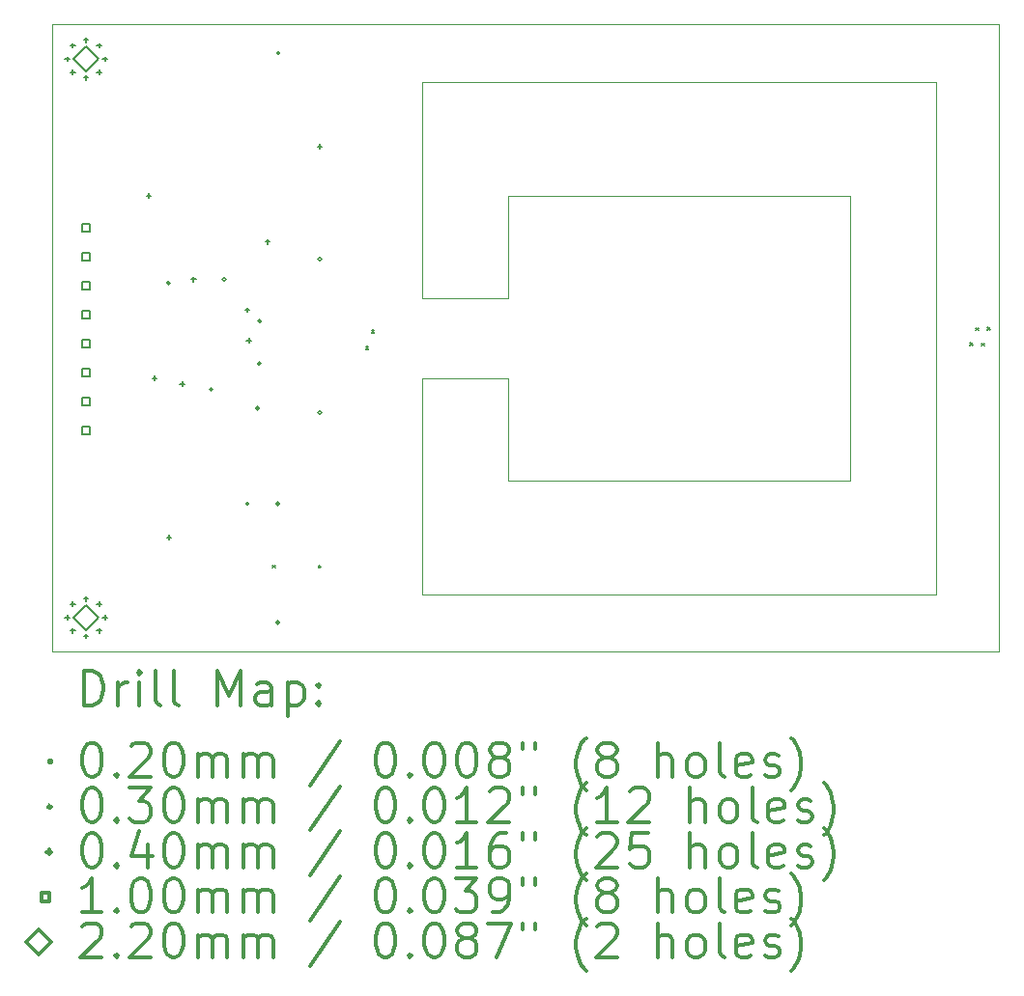
<source format=gbr>
%FSLAX45Y45*%
G04 Gerber Fmt 4.5, Leading zero omitted, Abs format (unit mm)*
G04 Created by KiCad (PCBNEW (5.1.2)-2) date 2023-05-11 10:57:44*
%MOMM*%
%LPD*%
G04 APERTURE LIST*
%ADD10C,0.100000*%
%ADD11C,0.200000*%
%ADD12C,0.300000*%
G04 APERTURE END LIST*
D10*
X12255000Y-9600000D02*
X11505000Y-9600000D01*
X12255000Y-8700000D02*
X12255000Y-9600000D01*
X15255000Y-8700000D02*
X12255000Y-8700000D01*
X15255000Y-11200000D02*
X15255000Y-8700000D01*
X12255000Y-11200000D02*
X15255000Y-11200000D01*
X12255000Y-10300000D02*
X12255000Y-11200000D01*
X11505000Y-10300000D02*
X12255000Y-10300000D01*
X11505000Y-12200000D02*
X11505000Y-10300000D01*
X16005000Y-12200000D02*
X11505000Y-12200000D01*
X16005000Y-7700000D02*
X16005000Y-12200000D01*
X11505000Y-7700000D02*
X16005000Y-7700000D01*
X11505000Y-9600000D02*
X11505000Y-7700000D01*
X16555000Y-12700000D02*
X8255000Y-12700000D01*
X16555000Y-7200000D02*
X16555000Y-12700000D01*
X8255000Y-7200000D02*
X16555000Y-7200000D01*
X8255000Y-12700000D02*
X8255000Y-7200000D01*
D11*
X10190640Y-11947050D02*
X10210640Y-11967050D01*
X10210640Y-11947050D02*
X10190640Y-11967050D01*
X10595770Y-11947050D02*
X10615770Y-11967050D01*
X10615770Y-11947050D02*
X10595770Y-11967050D01*
X11009600Y-10028080D02*
X11029600Y-10048080D01*
X11029600Y-10028080D02*
X11009600Y-10048080D01*
X11060400Y-9882030D02*
X11080400Y-9902030D01*
X11080400Y-9882030D02*
X11060400Y-9902030D01*
X16305500Y-9993790D02*
X16325500Y-10013790D01*
X16325500Y-9993790D02*
X16305500Y-10013790D01*
X16356300Y-9859170D02*
X16376300Y-9879170D01*
X16376300Y-9859170D02*
X16356300Y-9879170D01*
X16407100Y-9996330D02*
X16427100Y-10016330D01*
X16427100Y-9996330D02*
X16407100Y-10016330D01*
X16456630Y-9857900D02*
X16476630Y-9877900D01*
X16476630Y-9857900D02*
X16456630Y-9877900D01*
X9292236Y-9467964D02*
G75*
G03X9292236Y-9467964I-15000J0D01*
G01*
X9667000Y-10401300D02*
G75*
G03X9667000Y-10401300I-15000J0D01*
G01*
X9781300Y-9436100D02*
G75*
G03X9781300Y-9436100I-15000J0D01*
G01*
X9984500Y-11404600D02*
G75*
G03X9984500Y-11404600I-15000J0D01*
G01*
X10073400Y-10566400D02*
G75*
G03X10073400Y-10566400I-15000J0D01*
G01*
X10087370Y-10173970D02*
G75*
G03X10087370Y-10173970I-15000J0D01*
G01*
X10093720Y-9801860D02*
G75*
G03X10093720Y-9801860I-15000J0D01*
G01*
X10251200Y-11404600D02*
G75*
G03X10251200Y-11404600I-15000J0D01*
G01*
X10251200Y-12446000D02*
G75*
G03X10251200Y-12446000I-15000J0D01*
G01*
X10256100Y-7450000D02*
G75*
G03X10256100Y-7450000I-15000J0D01*
G01*
X10619500Y-9258300D02*
G75*
G03X10619500Y-9258300I-15000J0D01*
G01*
X10619500Y-10604500D02*
G75*
G03X10619500Y-10604500I-15000J0D01*
G01*
X9105900Y-8679500D02*
X9105900Y-8719500D01*
X9085900Y-8699500D02*
X9125900Y-8699500D01*
X9156700Y-10279700D02*
X9156700Y-10319700D01*
X9136700Y-10299700D02*
X9176700Y-10299700D01*
X9283700Y-11676700D02*
X9283700Y-11716700D01*
X9263700Y-11696700D02*
X9303700Y-11696700D01*
X9398000Y-10330500D02*
X9398000Y-10370500D01*
X9378000Y-10350500D02*
X9418000Y-10350500D01*
X9498639Y-9415139D02*
X9498639Y-9455139D01*
X9478639Y-9435139D02*
X9518639Y-9435139D01*
X9969500Y-9682800D02*
X9969500Y-9722800D01*
X9949500Y-9702800D02*
X9989500Y-9702800D01*
X9982200Y-9949500D02*
X9982200Y-9989500D01*
X9962200Y-9969500D02*
X10002200Y-9969500D01*
X10146400Y-9085000D02*
X10146400Y-9125000D01*
X10126400Y-9105000D02*
X10166400Y-9105000D01*
X10604500Y-8247700D02*
X10604500Y-8287700D01*
X10584500Y-8267700D02*
X10624500Y-8267700D01*
X8390000Y-7480000D02*
X8390000Y-7520000D01*
X8370000Y-7500000D02*
X8410000Y-7500000D01*
X8438327Y-7363327D02*
X8438327Y-7403327D01*
X8418327Y-7383327D02*
X8458327Y-7383327D01*
X8438327Y-7596673D02*
X8438327Y-7636673D01*
X8418327Y-7616673D02*
X8458327Y-7616673D01*
X8555000Y-7315000D02*
X8555000Y-7355000D01*
X8535000Y-7335000D02*
X8575000Y-7335000D01*
X8555000Y-7645000D02*
X8555000Y-7685000D01*
X8535000Y-7665000D02*
X8575000Y-7665000D01*
X8671673Y-7363327D02*
X8671673Y-7403327D01*
X8651673Y-7383327D02*
X8691673Y-7383327D01*
X8671673Y-7596673D02*
X8671673Y-7636673D01*
X8651673Y-7616673D02*
X8691673Y-7616673D01*
X8720000Y-7480000D02*
X8720000Y-7520000D01*
X8700000Y-7500000D02*
X8740000Y-7500000D01*
X8390000Y-12380000D02*
X8390000Y-12420000D01*
X8370000Y-12400000D02*
X8410000Y-12400000D01*
X8438327Y-12263327D02*
X8438327Y-12303327D01*
X8418327Y-12283327D02*
X8458327Y-12283327D01*
X8438327Y-12496673D02*
X8438327Y-12536673D01*
X8418327Y-12516673D02*
X8458327Y-12516673D01*
X8555000Y-12215000D02*
X8555000Y-12255000D01*
X8535000Y-12235000D02*
X8575000Y-12235000D01*
X8555000Y-12545000D02*
X8555000Y-12585000D01*
X8535000Y-12565000D02*
X8575000Y-12565000D01*
X8671673Y-12263327D02*
X8671673Y-12303327D01*
X8651673Y-12283327D02*
X8691673Y-12283327D01*
X8671673Y-12496673D02*
X8671673Y-12536673D01*
X8651673Y-12516673D02*
X8691673Y-12516673D01*
X8720000Y-12380000D02*
X8720000Y-12420000D01*
X8700000Y-12400000D02*
X8740000Y-12400000D01*
X8590356Y-9019356D02*
X8590356Y-8948644D01*
X8519644Y-8948644D01*
X8519644Y-9019356D01*
X8590356Y-9019356D01*
X8590356Y-9273356D02*
X8590356Y-9202644D01*
X8519644Y-9202644D01*
X8519644Y-9273356D01*
X8590356Y-9273356D01*
X8590356Y-9527356D02*
X8590356Y-9456644D01*
X8519644Y-9456644D01*
X8519644Y-9527356D01*
X8590356Y-9527356D01*
X8590356Y-9781356D02*
X8590356Y-9710644D01*
X8519644Y-9710644D01*
X8519644Y-9781356D01*
X8590356Y-9781356D01*
X8590356Y-10035356D02*
X8590356Y-9964644D01*
X8519644Y-9964644D01*
X8519644Y-10035356D01*
X8590356Y-10035356D01*
X8590356Y-10289356D02*
X8590356Y-10218644D01*
X8519644Y-10218644D01*
X8519644Y-10289356D01*
X8590356Y-10289356D01*
X8590356Y-10543356D02*
X8590356Y-10472644D01*
X8519644Y-10472644D01*
X8519644Y-10543356D01*
X8590356Y-10543356D01*
X8590356Y-10797356D02*
X8590356Y-10726644D01*
X8519644Y-10726644D01*
X8519644Y-10797356D01*
X8590356Y-10797356D01*
X8555000Y-7610000D02*
X8665000Y-7500000D01*
X8555000Y-7390000D01*
X8445000Y-7500000D01*
X8555000Y-7610000D01*
X8555000Y-12510000D02*
X8665000Y-12400000D01*
X8555000Y-12290000D01*
X8445000Y-12400000D01*
X8555000Y-12510000D01*
D12*
X8536428Y-13170714D02*
X8536428Y-12870714D01*
X8607857Y-12870714D01*
X8650714Y-12885000D01*
X8679286Y-12913571D01*
X8693571Y-12942143D01*
X8707857Y-12999286D01*
X8707857Y-13042143D01*
X8693571Y-13099286D01*
X8679286Y-13127857D01*
X8650714Y-13156429D01*
X8607857Y-13170714D01*
X8536428Y-13170714D01*
X8836428Y-13170714D02*
X8836428Y-12970714D01*
X8836428Y-13027857D02*
X8850714Y-12999286D01*
X8865000Y-12985000D01*
X8893571Y-12970714D01*
X8922143Y-12970714D01*
X9022143Y-13170714D02*
X9022143Y-12970714D01*
X9022143Y-12870714D02*
X9007857Y-12885000D01*
X9022143Y-12899286D01*
X9036428Y-12885000D01*
X9022143Y-12870714D01*
X9022143Y-12899286D01*
X9207857Y-13170714D02*
X9179286Y-13156429D01*
X9165000Y-13127857D01*
X9165000Y-12870714D01*
X9365000Y-13170714D02*
X9336428Y-13156429D01*
X9322143Y-13127857D01*
X9322143Y-12870714D01*
X9707857Y-13170714D02*
X9707857Y-12870714D01*
X9807857Y-13085000D01*
X9907857Y-12870714D01*
X9907857Y-13170714D01*
X10179286Y-13170714D02*
X10179286Y-13013571D01*
X10165000Y-12985000D01*
X10136428Y-12970714D01*
X10079286Y-12970714D01*
X10050714Y-12985000D01*
X10179286Y-13156429D02*
X10150714Y-13170714D01*
X10079286Y-13170714D01*
X10050714Y-13156429D01*
X10036428Y-13127857D01*
X10036428Y-13099286D01*
X10050714Y-13070714D01*
X10079286Y-13056429D01*
X10150714Y-13056429D01*
X10179286Y-13042143D01*
X10322143Y-12970714D02*
X10322143Y-13270714D01*
X10322143Y-12985000D02*
X10350714Y-12970714D01*
X10407857Y-12970714D01*
X10436428Y-12985000D01*
X10450714Y-12999286D01*
X10465000Y-13027857D01*
X10465000Y-13113571D01*
X10450714Y-13142143D01*
X10436428Y-13156429D01*
X10407857Y-13170714D01*
X10350714Y-13170714D01*
X10322143Y-13156429D01*
X10593571Y-13142143D02*
X10607857Y-13156429D01*
X10593571Y-13170714D01*
X10579286Y-13156429D01*
X10593571Y-13142143D01*
X10593571Y-13170714D01*
X10593571Y-12985000D02*
X10607857Y-12999286D01*
X10593571Y-13013571D01*
X10579286Y-12999286D01*
X10593571Y-12985000D01*
X10593571Y-13013571D01*
X8230000Y-13655000D02*
X8250000Y-13675000D01*
X8250000Y-13655000D02*
X8230000Y-13675000D01*
X8593571Y-13500714D02*
X8622143Y-13500714D01*
X8650714Y-13515000D01*
X8665000Y-13529286D01*
X8679286Y-13557857D01*
X8693571Y-13615000D01*
X8693571Y-13686429D01*
X8679286Y-13743571D01*
X8665000Y-13772143D01*
X8650714Y-13786429D01*
X8622143Y-13800714D01*
X8593571Y-13800714D01*
X8565000Y-13786429D01*
X8550714Y-13772143D01*
X8536428Y-13743571D01*
X8522143Y-13686429D01*
X8522143Y-13615000D01*
X8536428Y-13557857D01*
X8550714Y-13529286D01*
X8565000Y-13515000D01*
X8593571Y-13500714D01*
X8822143Y-13772143D02*
X8836428Y-13786429D01*
X8822143Y-13800714D01*
X8807857Y-13786429D01*
X8822143Y-13772143D01*
X8822143Y-13800714D01*
X8950714Y-13529286D02*
X8965000Y-13515000D01*
X8993571Y-13500714D01*
X9065000Y-13500714D01*
X9093571Y-13515000D01*
X9107857Y-13529286D01*
X9122143Y-13557857D01*
X9122143Y-13586429D01*
X9107857Y-13629286D01*
X8936428Y-13800714D01*
X9122143Y-13800714D01*
X9307857Y-13500714D02*
X9336428Y-13500714D01*
X9365000Y-13515000D01*
X9379286Y-13529286D01*
X9393571Y-13557857D01*
X9407857Y-13615000D01*
X9407857Y-13686429D01*
X9393571Y-13743571D01*
X9379286Y-13772143D01*
X9365000Y-13786429D01*
X9336428Y-13800714D01*
X9307857Y-13800714D01*
X9279286Y-13786429D01*
X9265000Y-13772143D01*
X9250714Y-13743571D01*
X9236428Y-13686429D01*
X9236428Y-13615000D01*
X9250714Y-13557857D01*
X9265000Y-13529286D01*
X9279286Y-13515000D01*
X9307857Y-13500714D01*
X9536428Y-13800714D02*
X9536428Y-13600714D01*
X9536428Y-13629286D02*
X9550714Y-13615000D01*
X9579286Y-13600714D01*
X9622143Y-13600714D01*
X9650714Y-13615000D01*
X9665000Y-13643571D01*
X9665000Y-13800714D01*
X9665000Y-13643571D02*
X9679286Y-13615000D01*
X9707857Y-13600714D01*
X9750714Y-13600714D01*
X9779286Y-13615000D01*
X9793571Y-13643571D01*
X9793571Y-13800714D01*
X9936428Y-13800714D02*
X9936428Y-13600714D01*
X9936428Y-13629286D02*
X9950714Y-13615000D01*
X9979286Y-13600714D01*
X10022143Y-13600714D01*
X10050714Y-13615000D01*
X10065000Y-13643571D01*
X10065000Y-13800714D01*
X10065000Y-13643571D02*
X10079286Y-13615000D01*
X10107857Y-13600714D01*
X10150714Y-13600714D01*
X10179286Y-13615000D01*
X10193571Y-13643571D01*
X10193571Y-13800714D01*
X10779286Y-13486429D02*
X10522143Y-13872143D01*
X11165000Y-13500714D02*
X11193571Y-13500714D01*
X11222143Y-13515000D01*
X11236428Y-13529286D01*
X11250714Y-13557857D01*
X11265000Y-13615000D01*
X11265000Y-13686429D01*
X11250714Y-13743571D01*
X11236428Y-13772143D01*
X11222143Y-13786429D01*
X11193571Y-13800714D01*
X11165000Y-13800714D01*
X11136428Y-13786429D01*
X11122143Y-13772143D01*
X11107857Y-13743571D01*
X11093571Y-13686429D01*
X11093571Y-13615000D01*
X11107857Y-13557857D01*
X11122143Y-13529286D01*
X11136428Y-13515000D01*
X11165000Y-13500714D01*
X11393571Y-13772143D02*
X11407857Y-13786429D01*
X11393571Y-13800714D01*
X11379286Y-13786429D01*
X11393571Y-13772143D01*
X11393571Y-13800714D01*
X11593571Y-13500714D02*
X11622143Y-13500714D01*
X11650714Y-13515000D01*
X11665000Y-13529286D01*
X11679286Y-13557857D01*
X11693571Y-13615000D01*
X11693571Y-13686429D01*
X11679286Y-13743571D01*
X11665000Y-13772143D01*
X11650714Y-13786429D01*
X11622143Y-13800714D01*
X11593571Y-13800714D01*
X11565000Y-13786429D01*
X11550714Y-13772143D01*
X11536428Y-13743571D01*
X11522143Y-13686429D01*
X11522143Y-13615000D01*
X11536428Y-13557857D01*
X11550714Y-13529286D01*
X11565000Y-13515000D01*
X11593571Y-13500714D01*
X11879286Y-13500714D02*
X11907857Y-13500714D01*
X11936428Y-13515000D01*
X11950714Y-13529286D01*
X11965000Y-13557857D01*
X11979286Y-13615000D01*
X11979286Y-13686429D01*
X11965000Y-13743571D01*
X11950714Y-13772143D01*
X11936428Y-13786429D01*
X11907857Y-13800714D01*
X11879286Y-13800714D01*
X11850714Y-13786429D01*
X11836428Y-13772143D01*
X11822143Y-13743571D01*
X11807857Y-13686429D01*
X11807857Y-13615000D01*
X11822143Y-13557857D01*
X11836428Y-13529286D01*
X11850714Y-13515000D01*
X11879286Y-13500714D01*
X12150714Y-13629286D02*
X12122143Y-13615000D01*
X12107857Y-13600714D01*
X12093571Y-13572143D01*
X12093571Y-13557857D01*
X12107857Y-13529286D01*
X12122143Y-13515000D01*
X12150714Y-13500714D01*
X12207857Y-13500714D01*
X12236428Y-13515000D01*
X12250714Y-13529286D01*
X12265000Y-13557857D01*
X12265000Y-13572143D01*
X12250714Y-13600714D01*
X12236428Y-13615000D01*
X12207857Y-13629286D01*
X12150714Y-13629286D01*
X12122143Y-13643571D01*
X12107857Y-13657857D01*
X12093571Y-13686429D01*
X12093571Y-13743571D01*
X12107857Y-13772143D01*
X12122143Y-13786429D01*
X12150714Y-13800714D01*
X12207857Y-13800714D01*
X12236428Y-13786429D01*
X12250714Y-13772143D01*
X12265000Y-13743571D01*
X12265000Y-13686429D01*
X12250714Y-13657857D01*
X12236428Y-13643571D01*
X12207857Y-13629286D01*
X12379286Y-13500714D02*
X12379286Y-13557857D01*
X12493571Y-13500714D02*
X12493571Y-13557857D01*
X12936428Y-13915000D02*
X12922143Y-13900714D01*
X12893571Y-13857857D01*
X12879286Y-13829286D01*
X12865000Y-13786429D01*
X12850714Y-13715000D01*
X12850714Y-13657857D01*
X12865000Y-13586429D01*
X12879286Y-13543571D01*
X12893571Y-13515000D01*
X12922143Y-13472143D01*
X12936428Y-13457857D01*
X13093571Y-13629286D02*
X13065000Y-13615000D01*
X13050714Y-13600714D01*
X13036428Y-13572143D01*
X13036428Y-13557857D01*
X13050714Y-13529286D01*
X13065000Y-13515000D01*
X13093571Y-13500714D01*
X13150714Y-13500714D01*
X13179286Y-13515000D01*
X13193571Y-13529286D01*
X13207857Y-13557857D01*
X13207857Y-13572143D01*
X13193571Y-13600714D01*
X13179286Y-13615000D01*
X13150714Y-13629286D01*
X13093571Y-13629286D01*
X13065000Y-13643571D01*
X13050714Y-13657857D01*
X13036428Y-13686429D01*
X13036428Y-13743571D01*
X13050714Y-13772143D01*
X13065000Y-13786429D01*
X13093571Y-13800714D01*
X13150714Y-13800714D01*
X13179286Y-13786429D01*
X13193571Y-13772143D01*
X13207857Y-13743571D01*
X13207857Y-13686429D01*
X13193571Y-13657857D01*
X13179286Y-13643571D01*
X13150714Y-13629286D01*
X13565000Y-13800714D02*
X13565000Y-13500714D01*
X13693571Y-13800714D02*
X13693571Y-13643571D01*
X13679286Y-13615000D01*
X13650714Y-13600714D01*
X13607857Y-13600714D01*
X13579286Y-13615000D01*
X13565000Y-13629286D01*
X13879286Y-13800714D02*
X13850714Y-13786429D01*
X13836428Y-13772143D01*
X13822143Y-13743571D01*
X13822143Y-13657857D01*
X13836428Y-13629286D01*
X13850714Y-13615000D01*
X13879286Y-13600714D01*
X13922143Y-13600714D01*
X13950714Y-13615000D01*
X13965000Y-13629286D01*
X13979286Y-13657857D01*
X13979286Y-13743571D01*
X13965000Y-13772143D01*
X13950714Y-13786429D01*
X13922143Y-13800714D01*
X13879286Y-13800714D01*
X14150714Y-13800714D02*
X14122143Y-13786429D01*
X14107857Y-13757857D01*
X14107857Y-13500714D01*
X14379286Y-13786429D02*
X14350714Y-13800714D01*
X14293571Y-13800714D01*
X14265000Y-13786429D01*
X14250714Y-13757857D01*
X14250714Y-13643571D01*
X14265000Y-13615000D01*
X14293571Y-13600714D01*
X14350714Y-13600714D01*
X14379286Y-13615000D01*
X14393571Y-13643571D01*
X14393571Y-13672143D01*
X14250714Y-13700714D01*
X14507857Y-13786429D02*
X14536428Y-13800714D01*
X14593571Y-13800714D01*
X14622143Y-13786429D01*
X14636428Y-13757857D01*
X14636428Y-13743571D01*
X14622143Y-13715000D01*
X14593571Y-13700714D01*
X14550714Y-13700714D01*
X14522143Y-13686429D01*
X14507857Y-13657857D01*
X14507857Y-13643571D01*
X14522143Y-13615000D01*
X14550714Y-13600714D01*
X14593571Y-13600714D01*
X14622143Y-13615000D01*
X14736428Y-13915000D02*
X14750714Y-13900714D01*
X14779286Y-13857857D01*
X14793571Y-13829286D01*
X14807857Y-13786429D01*
X14822143Y-13715000D01*
X14822143Y-13657857D01*
X14807857Y-13586429D01*
X14793571Y-13543571D01*
X14779286Y-13515000D01*
X14750714Y-13472143D01*
X14736428Y-13457857D01*
X8250000Y-14061000D02*
G75*
G03X8250000Y-14061000I-15000J0D01*
G01*
X8593571Y-13896714D02*
X8622143Y-13896714D01*
X8650714Y-13911000D01*
X8665000Y-13925286D01*
X8679286Y-13953857D01*
X8693571Y-14011000D01*
X8693571Y-14082429D01*
X8679286Y-14139571D01*
X8665000Y-14168143D01*
X8650714Y-14182429D01*
X8622143Y-14196714D01*
X8593571Y-14196714D01*
X8565000Y-14182429D01*
X8550714Y-14168143D01*
X8536428Y-14139571D01*
X8522143Y-14082429D01*
X8522143Y-14011000D01*
X8536428Y-13953857D01*
X8550714Y-13925286D01*
X8565000Y-13911000D01*
X8593571Y-13896714D01*
X8822143Y-14168143D02*
X8836428Y-14182429D01*
X8822143Y-14196714D01*
X8807857Y-14182429D01*
X8822143Y-14168143D01*
X8822143Y-14196714D01*
X8936428Y-13896714D02*
X9122143Y-13896714D01*
X9022143Y-14011000D01*
X9065000Y-14011000D01*
X9093571Y-14025286D01*
X9107857Y-14039571D01*
X9122143Y-14068143D01*
X9122143Y-14139571D01*
X9107857Y-14168143D01*
X9093571Y-14182429D01*
X9065000Y-14196714D01*
X8979286Y-14196714D01*
X8950714Y-14182429D01*
X8936428Y-14168143D01*
X9307857Y-13896714D02*
X9336428Y-13896714D01*
X9365000Y-13911000D01*
X9379286Y-13925286D01*
X9393571Y-13953857D01*
X9407857Y-14011000D01*
X9407857Y-14082429D01*
X9393571Y-14139571D01*
X9379286Y-14168143D01*
X9365000Y-14182429D01*
X9336428Y-14196714D01*
X9307857Y-14196714D01*
X9279286Y-14182429D01*
X9265000Y-14168143D01*
X9250714Y-14139571D01*
X9236428Y-14082429D01*
X9236428Y-14011000D01*
X9250714Y-13953857D01*
X9265000Y-13925286D01*
X9279286Y-13911000D01*
X9307857Y-13896714D01*
X9536428Y-14196714D02*
X9536428Y-13996714D01*
X9536428Y-14025286D02*
X9550714Y-14011000D01*
X9579286Y-13996714D01*
X9622143Y-13996714D01*
X9650714Y-14011000D01*
X9665000Y-14039571D01*
X9665000Y-14196714D01*
X9665000Y-14039571D02*
X9679286Y-14011000D01*
X9707857Y-13996714D01*
X9750714Y-13996714D01*
X9779286Y-14011000D01*
X9793571Y-14039571D01*
X9793571Y-14196714D01*
X9936428Y-14196714D02*
X9936428Y-13996714D01*
X9936428Y-14025286D02*
X9950714Y-14011000D01*
X9979286Y-13996714D01*
X10022143Y-13996714D01*
X10050714Y-14011000D01*
X10065000Y-14039571D01*
X10065000Y-14196714D01*
X10065000Y-14039571D02*
X10079286Y-14011000D01*
X10107857Y-13996714D01*
X10150714Y-13996714D01*
X10179286Y-14011000D01*
X10193571Y-14039571D01*
X10193571Y-14196714D01*
X10779286Y-13882429D02*
X10522143Y-14268143D01*
X11165000Y-13896714D02*
X11193571Y-13896714D01*
X11222143Y-13911000D01*
X11236428Y-13925286D01*
X11250714Y-13953857D01*
X11265000Y-14011000D01*
X11265000Y-14082429D01*
X11250714Y-14139571D01*
X11236428Y-14168143D01*
X11222143Y-14182429D01*
X11193571Y-14196714D01*
X11165000Y-14196714D01*
X11136428Y-14182429D01*
X11122143Y-14168143D01*
X11107857Y-14139571D01*
X11093571Y-14082429D01*
X11093571Y-14011000D01*
X11107857Y-13953857D01*
X11122143Y-13925286D01*
X11136428Y-13911000D01*
X11165000Y-13896714D01*
X11393571Y-14168143D02*
X11407857Y-14182429D01*
X11393571Y-14196714D01*
X11379286Y-14182429D01*
X11393571Y-14168143D01*
X11393571Y-14196714D01*
X11593571Y-13896714D02*
X11622143Y-13896714D01*
X11650714Y-13911000D01*
X11665000Y-13925286D01*
X11679286Y-13953857D01*
X11693571Y-14011000D01*
X11693571Y-14082429D01*
X11679286Y-14139571D01*
X11665000Y-14168143D01*
X11650714Y-14182429D01*
X11622143Y-14196714D01*
X11593571Y-14196714D01*
X11565000Y-14182429D01*
X11550714Y-14168143D01*
X11536428Y-14139571D01*
X11522143Y-14082429D01*
X11522143Y-14011000D01*
X11536428Y-13953857D01*
X11550714Y-13925286D01*
X11565000Y-13911000D01*
X11593571Y-13896714D01*
X11979286Y-14196714D02*
X11807857Y-14196714D01*
X11893571Y-14196714D02*
X11893571Y-13896714D01*
X11865000Y-13939571D01*
X11836428Y-13968143D01*
X11807857Y-13982429D01*
X12093571Y-13925286D02*
X12107857Y-13911000D01*
X12136428Y-13896714D01*
X12207857Y-13896714D01*
X12236428Y-13911000D01*
X12250714Y-13925286D01*
X12265000Y-13953857D01*
X12265000Y-13982429D01*
X12250714Y-14025286D01*
X12079286Y-14196714D01*
X12265000Y-14196714D01*
X12379286Y-13896714D02*
X12379286Y-13953857D01*
X12493571Y-13896714D02*
X12493571Y-13953857D01*
X12936428Y-14311000D02*
X12922143Y-14296714D01*
X12893571Y-14253857D01*
X12879286Y-14225286D01*
X12865000Y-14182429D01*
X12850714Y-14111000D01*
X12850714Y-14053857D01*
X12865000Y-13982429D01*
X12879286Y-13939571D01*
X12893571Y-13911000D01*
X12922143Y-13868143D01*
X12936428Y-13853857D01*
X13207857Y-14196714D02*
X13036428Y-14196714D01*
X13122143Y-14196714D02*
X13122143Y-13896714D01*
X13093571Y-13939571D01*
X13065000Y-13968143D01*
X13036428Y-13982429D01*
X13322143Y-13925286D02*
X13336428Y-13911000D01*
X13365000Y-13896714D01*
X13436428Y-13896714D01*
X13465000Y-13911000D01*
X13479286Y-13925286D01*
X13493571Y-13953857D01*
X13493571Y-13982429D01*
X13479286Y-14025286D01*
X13307857Y-14196714D01*
X13493571Y-14196714D01*
X13850714Y-14196714D02*
X13850714Y-13896714D01*
X13979286Y-14196714D02*
X13979286Y-14039571D01*
X13965000Y-14011000D01*
X13936428Y-13996714D01*
X13893571Y-13996714D01*
X13865000Y-14011000D01*
X13850714Y-14025286D01*
X14165000Y-14196714D02*
X14136428Y-14182429D01*
X14122143Y-14168143D01*
X14107857Y-14139571D01*
X14107857Y-14053857D01*
X14122143Y-14025286D01*
X14136428Y-14011000D01*
X14165000Y-13996714D01*
X14207857Y-13996714D01*
X14236428Y-14011000D01*
X14250714Y-14025286D01*
X14265000Y-14053857D01*
X14265000Y-14139571D01*
X14250714Y-14168143D01*
X14236428Y-14182429D01*
X14207857Y-14196714D01*
X14165000Y-14196714D01*
X14436428Y-14196714D02*
X14407857Y-14182429D01*
X14393571Y-14153857D01*
X14393571Y-13896714D01*
X14665000Y-14182429D02*
X14636428Y-14196714D01*
X14579286Y-14196714D01*
X14550714Y-14182429D01*
X14536428Y-14153857D01*
X14536428Y-14039571D01*
X14550714Y-14011000D01*
X14579286Y-13996714D01*
X14636428Y-13996714D01*
X14665000Y-14011000D01*
X14679286Y-14039571D01*
X14679286Y-14068143D01*
X14536428Y-14096714D01*
X14793571Y-14182429D02*
X14822143Y-14196714D01*
X14879286Y-14196714D01*
X14907857Y-14182429D01*
X14922143Y-14153857D01*
X14922143Y-14139571D01*
X14907857Y-14111000D01*
X14879286Y-14096714D01*
X14836428Y-14096714D01*
X14807857Y-14082429D01*
X14793571Y-14053857D01*
X14793571Y-14039571D01*
X14807857Y-14011000D01*
X14836428Y-13996714D01*
X14879286Y-13996714D01*
X14907857Y-14011000D01*
X15022143Y-14311000D02*
X15036428Y-14296714D01*
X15065000Y-14253857D01*
X15079286Y-14225286D01*
X15093571Y-14182429D01*
X15107857Y-14111000D01*
X15107857Y-14053857D01*
X15093571Y-13982429D01*
X15079286Y-13939571D01*
X15065000Y-13911000D01*
X15036428Y-13868143D01*
X15022143Y-13853857D01*
X8230000Y-14437000D02*
X8230000Y-14477000D01*
X8210000Y-14457000D02*
X8250000Y-14457000D01*
X8593571Y-14292714D02*
X8622143Y-14292714D01*
X8650714Y-14307000D01*
X8665000Y-14321286D01*
X8679286Y-14349857D01*
X8693571Y-14407000D01*
X8693571Y-14478429D01*
X8679286Y-14535571D01*
X8665000Y-14564143D01*
X8650714Y-14578429D01*
X8622143Y-14592714D01*
X8593571Y-14592714D01*
X8565000Y-14578429D01*
X8550714Y-14564143D01*
X8536428Y-14535571D01*
X8522143Y-14478429D01*
X8522143Y-14407000D01*
X8536428Y-14349857D01*
X8550714Y-14321286D01*
X8565000Y-14307000D01*
X8593571Y-14292714D01*
X8822143Y-14564143D02*
X8836428Y-14578429D01*
X8822143Y-14592714D01*
X8807857Y-14578429D01*
X8822143Y-14564143D01*
X8822143Y-14592714D01*
X9093571Y-14392714D02*
X9093571Y-14592714D01*
X9022143Y-14278429D02*
X8950714Y-14492714D01*
X9136428Y-14492714D01*
X9307857Y-14292714D02*
X9336428Y-14292714D01*
X9365000Y-14307000D01*
X9379286Y-14321286D01*
X9393571Y-14349857D01*
X9407857Y-14407000D01*
X9407857Y-14478429D01*
X9393571Y-14535571D01*
X9379286Y-14564143D01*
X9365000Y-14578429D01*
X9336428Y-14592714D01*
X9307857Y-14592714D01*
X9279286Y-14578429D01*
X9265000Y-14564143D01*
X9250714Y-14535571D01*
X9236428Y-14478429D01*
X9236428Y-14407000D01*
X9250714Y-14349857D01*
X9265000Y-14321286D01*
X9279286Y-14307000D01*
X9307857Y-14292714D01*
X9536428Y-14592714D02*
X9536428Y-14392714D01*
X9536428Y-14421286D02*
X9550714Y-14407000D01*
X9579286Y-14392714D01*
X9622143Y-14392714D01*
X9650714Y-14407000D01*
X9665000Y-14435571D01*
X9665000Y-14592714D01*
X9665000Y-14435571D02*
X9679286Y-14407000D01*
X9707857Y-14392714D01*
X9750714Y-14392714D01*
X9779286Y-14407000D01*
X9793571Y-14435571D01*
X9793571Y-14592714D01*
X9936428Y-14592714D02*
X9936428Y-14392714D01*
X9936428Y-14421286D02*
X9950714Y-14407000D01*
X9979286Y-14392714D01*
X10022143Y-14392714D01*
X10050714Y-14407000D01*
X10065000Y-14435571D01*
X10065000Y-14592714D01*
X10065000Y-14435571D02*
X10079286Y-14407000D01*
X10107857Y-14392714D01*
X10150714Y-14392714D01*
X10179286Y-14407000D01*
X10193571Y-14435571D01*
X10193571Y-14592714D01*
X10779286Y-14278429D02*
X10522143Y-14664143D01*
X11165000Y-14292714D02*
X11193571Y-14292714D01*
X11222143Y-14307000D01*
X11236428Y-14321286D01*
X11250714Y-14349857D01*
X11265000Y-14407000D01*
X11265000Y-14478429D01*
X11250714Y-14535571D01*
X11236428Y-14564143D01*
X11222143Y-14578429D01*
X11193571Y-14592714D01*
X11165000Y-14592714D01*
X11136428Y-14578429D01*
X11122143Y-14564143D01*
X11107857Y-14535571D01*
X11093571Y-14478429D01*
X11093571Y-14407000D01*
X11107857Y-14349857D01*
X11122143Y-14321286D01*
X11136428Y-14307000D01*
X11165000Y-14292714D01*
X11393571Y-14564143D02*
X11407857Y-14578429D01*
X11393571Y-14592714D01*
X11379286Y-14578429D01*
X11393571Y-14564143D01*
X11393571Y-14592714D01*
X11593571Y-14292714D02*
X11622143Y-14292714D01*
X11650714Y-14307000D01*
X11665000Y-14321286D01*
X11679286Y-14349857D01*
X11693571Y-14407000D01*
X11693571Y-14478429D01*
X11679286Y-14535571D01*
X11665000Y-14564143D01*
X11650714Y-14578429D01*
X11622143Y-14592714D01*
X11593571Y-14592714D01*
X11565000Y-14578429D01*
X11550714Y-14564143D01*
X11536428Y-14535571D01*
X11522143Y-14478429D01*
X11522143Y-14407000D01*
X11536428Y-14349857D01*
X11550714Y-14321286D01*
X11565000Y-14307000D01*
X11593571Y-14292714D01*
X11979286Y-14592714D02*
X11807857Y-14592714D01*
X11893571Y-14592714D02*
X11893571Y-14292714D01*
X11865000Y-14335571D01*
X11836428Y-14364143D01*
X11807857Y-14378429D01*
X12236428Y-14292714D02*
X12179286Y-14292714D01*
X12150714Y-14307000D01*
X12136428Y-14321286D01*
X12107857Y-14364143D01*
X12093571Y-14421286D01*
X12093571Y-14535571D01*
X12107857Y-14564143D01*
X12122143Y-14578429D01*
X12150714Y-14592714D01*
X12207857Y-14592714D01*
X12236428Y-14578429D01*
X12250714Y-14564143D01*
X12265000Y-14535571D01*
X12265000Y-14464143D01*
X12250714Y-14435571D01*
X12236428Y-14421286D01*
X12207857Y-14407000D01*
X12150714Y-14407000D01*
X12122143Y-14421286D01*
X12107857Y-14435571D01*
X12093571Y-14464143D01*
X12379286Y-14292714D02*
X12379286Y-14349857D01*
X12493571Y-14292714D02*
X12493571Y-14349857D01*
X12936428Y-14707000D02*
X12922143Y-14692714D01*
X12893571Y-14649857D01*
X12879286Y-14621286D01*
X12865000Y-14578429D01*
X12850714Y-14507000D01*
X12850714Y-14449857D01*
X12865000Y-14378429D01*
X12879286Y-14335571D01*
X12893571Y-14307000D01*
X12922143Y-14264143D01*
X12936428Y-14249857D01*
X13036428Y-14321286D02*
X13050714Y-14307000D01*
X13079286Y-14292714D01*
X13150714Y-14292714D01*
X13179286Y-14307000D01*
X13193571Y-14321286D01*
X13207857Y-14349857D01*
X13207857Y-14378429D01*
X13193571Y-14421286D01*
X13022143Y-14592714D01*
X13207857Y-14592714D01*
X13479286Y-14292714D02*
X13336428Y-14292714D01*
X13322143Y-14435571D01*
X13336428Y-14421286D01*
X13365000Y-14407000D01*
X13436428Y-14407000D01*
X13465000Y-14421286D01*
X13479286Y-14435571D01*
X13493571Y-14464143D01*
X13493571Y-14535571D01*
X13479286Y-14564143D01*
X13465000Y-14578429D01*
X13436428Y-14592714D01*
X13365000Y-14592714D01*
X13336428Y-14578429D01*
X13322143Y-14564143D01*
X13850714Y-14592714D02*
X13850714Y-14292714D01*
X13979286Y-14592714D02*
X13979286Y-14435571D01*
X13965000Y-14407000D01*
X13936428Y-14392714D01*
X13893571Y-14392714D01*
X13865000Y-14407000D01*
X13850714Y-14421286D01*
X14165000Y-14592714D02*
X14136428Y-14578429D01*
X14122143Y-14564143D01*
X14107857Y-14535571D01*
X14107857Y-14449857D01*
X14122143Y-14421286D01*
X14136428Y-14407000D01*
X14165000Y-14392714D01*
X14207857Y-14392714D01*
X14236428Y-14407000D01*
X14250714Y-14421286D01*
X14265000Y-14449857D01*
X14265000Y-14535571D01*
X14250714Y-14564143D01*
X14236428Y-14578429D01*
X14207857Y-14592714D01*
X14165000Y-14592714D01*
X14436428Y-14592714D02*
X14407857Y-14578429D01*
X14393571Y-14549857D01*
X14393571Y-14292714D01*
X14665000Y-14578429D02*
X14636428Y-14592714D01*
X14579286Y-14592714D01*
X14550714Y-14578429D01*
X14536428Y-14549857D01*
X14536428Y-14435571D01*
X14550714Y-14407000D01*
X14579286Y-14392714D01*
X14636428Y-14392714D01*
X14665000Y-14407000D01*
X14679286Y-14435571D01*
X14679286Y-14464143D01*
X14536428Y-14492714D01*
X14793571Y-14578429D02*
X14822143Y-14592714D01*
X14879286Y-14592714D01*
X14907857Y-14578429D01*
X14922143Y-14549857D01*
X14922143Y-14535571D01*
X14907857Y-14507000D01*
X14879286Y-14492714D01*
X14836428Y-14492714D01*
X14807857Y-14478429D01*
X14793571Y-14449857D01*
X14793571Y-14435571D01*
X14807857Y-14407000D01*
X14836428Y-14392714D01*
X14879286Y-14392714D01*
X14907857Y-14407000D01*
X15022143Y-14707000D02*
X15036428Y-14692714D01*
X15065000Y-14649857D01*
X15079286Y-14621286D01*
X15093571Y-14578429D01*
X15107857Y-14507000D01*
X15107857Y-14449857D01*
X15093571Y-14378429D01*
X15079286Y-14335571D01*
X15065000Y-14307000D01*
X15036428Y-14264143D01*
X15022143Y-14249857D01*
X8235356Y-14888356D02*
X8235356Y-14817644D01*
X8164644Y-14817644D01*
X8164644Y-14888356D01*
X8235356Y-14888356D01*
X8693571Y-14988714D02*
X8522143Y-14988714D01*
X8607857Y-14988714D02*
X8607857Y-14688714D01*
X8579286Y-14731571D01*
X8550714Y-14760143D01*
X8522143Y-14774429D01*
X8822143Y-14960143D02*
X8836428Y-14974429D01*
X8822143Y-14988714D01*
X8807857Y-14974429D01*
X8822143Y-14960143D01*
X8822143Y-14988714D01*
X9022143Y-14688714D02*
X9050714Y-14688714D01*
X9079286Y-14703000D01*
X9093571Y-14717286D01*
X9107857Y-14745857D01*
X9122143Y-14803000D01*
X9122143Y-14874429D01*
X9107857Y-14931571D01*
X9093571Y-14960143D01*
X9079286Y-14974429D01*
X9050714Y-14988714D01*
X9022143Y-14988714D01*
X8993571Y-14974429D01*
X8979286Y-14960143D01*
X8965000Y-14931571D01*
X8950714Y-14874429D01*
X8950714Y-14803000D01*
X8965000Y-14745857D01*
X8979286Y-14717286D01*
X8993571Y-14703000D01*
X9022143Y-14688714D01*
X9307857Y-14688714D02*
X9336428Y-14688714D01*
X9365000Y-14703000D01*
X9379286Y-14717286D01*
X9393571Y-14745857D01*
X9407857Y-14803000D01*
X9407857Y-14874429D01*
X9393571Y-14931571D01*
X9379286Y-14960143D01*
X9365000Y-14974429D01*
X9336428Y-14988714D01*
X9307857Y-14988714D01*
X9279286Y-14974429D01*
X9265000Y-14960143D01*
X9250714Y-14931571D01*
X9236428Y-14874429D01*
X9236428Y-14803000D01*
X9250714Y-14745857D01*
X9265000Y-14717286D01*
X9279286Y-14703000D01*
X9307857Y-14688714D01*
X9536428Y-14988714D02*
X9536428Y-14788714D01*
X9536428Y-14817286D02*
X9550714Y-14803000D01*
X9579286Y-14788714D01*
X9622143Y-14788714D01*
X9650714Y-14803000D01*
X9665000Y-14831571D01*
X9665000Y-14988714D01*
X9665000Y-14831571D02*
X9679286Y-14803000D01*
X9707857Y-14788714D01*
X9750714Y-14788714D01*
X9779286Y-14803000D01*
X9793571Y-14831571D01*
X9793571Y-14988714D01*
X9936428Y-14988714D02*
X9936428Y-14788714D01*
X9936428Y-14817286D02*
X9950714Y-14803000D01*
X9979286Y-14788714D01*
X10022143Y-14788714D01*
X10050714Y-14803000D01*
X10065000Y-14831571D01*
X10065000Y-14988714D01*
X10065000Y-14831571D02*
X10079286Y-14803000D01*
X10107857Y-14788714D01*
X10150714Y-14788714D01*
X10179286Y-14803000D01*
X10193571Y-14831571D01*
X10193571Y-14988714D01*
X10779286Y-14674429D02*
X10522143Y-15060143D01*
X11165000Y-14688714D02*
X11193571Y-14688714D01*
X11222143Y-14703000D01*
X11236428Y-14717286D01*
X11250714Y-14745857D01*
X11265000Y-14803000D01*
X11265000Y-14874429D01*
X11250714Y-14931571D01*
X11236428Y-14960143D01*
X11222143Y-14974429D01*
X11193571Y-14988714D01*
X11165000Y-14988714D01*
X11136428Y-14974429D01*
X11122143Y-14960143D01*
X11107857Y-14931571D01*
X11093571Y-14874429D01*
X11093571Y-14803000D01*
X11107857Y-14745857D01*
X11122143Y-14717286D01*
X11136428Y-14703000D01*
X11165000Y-14688714D01*
X11393571Y-14960143D02*
X11407857Y-14974429D01*
X11393571Y-14988714D01*
X11379286Y-14974429D01*
X11393571Y-14960143D01*
X11393571Y-14988714D01*
X11593571Y-14688714D02*
X11622143Y-14688714D01*
X11650714Y-14703000D01*
X11665000Y-14717286D01*
X11679286Y-14745857D01*
X11693571Y-14803000D01*
X11693571Y-14874429D01*
X11679286Y-14931571D01*
X11665000Y-14960143D01*
X11650714Y-14974429D01*
X11622143Y-14988714D01*
X11593571Y-14988714D01*
X11565000Y-14974429D01*
X11550714Y-14960143D01*
X11536428Y-14931571D01*
X11522143Y-14874429D01*
X11522143Y-14803000D01*
X11536428Y-14745857D01*
X11550714Y-14717286D01*
X11565000Y-14703000D01*
X11593571Y-14688714D01*
X11793571Y-14688714D02*
X11979286Y-14688714D01*
X11879286Y-14803000D01*
X11922143Y-14803000D01*
X11950714Y-14817286D01*
X11965000Y-14831571D01*
X11979286Y-14860143D01*
X11979286Y-14931571D01*
X11965000Y-14960143D01*
X11950714Y-14974429D01*
X11922143Y-14988714D01*
X11836428Y-14988714D01*
X11807857Y-14974429D01*
X11793571Y-14960143D01*
X12122143Y-14988714D02*
X12179286Y-14988714D01*
X12207857Y-14974429D01*
X12222143Y-14960143D01*
X12250714Y-14917286D01*
X12265000Y-14860143D01*
X12265000Y-14745857D01*
X12250714Y-14717286D01*
X12236428Y-14703000D01*
X12207857Y-14688714D01*
X12150714Y-14688714D01*
X12122143Y-14703000D01*
X12107857Y-14717286D01*
X12093571Y-14745857D01*
X12093571Y-14817286D01*
X12107857Y-14845857D01*
X12122143Y-14860143D01*
X12150714Y-14874429D01*
X12207857Y-14874429D01*
X12236428Y-14860143D01*
X12250714Y-14845857D01*
X12265000Y-14817286D01*
X12379286Y-14688714D02*
X12379286Y-14745857D01*
X12493571Y-14688714D02*
X12493571Y-14745857D01*
X12936428Y-15103000D02*
X12922143Y-15088714D01*
X12893571Y-15045857D01*
X12879286Y-15017286D01*
X12865000Y-14974429D01*
X12850714Y-14903000D01*
X12850714Y-14845857D01*
X12865000Y-14774429D01*
X12879286Y-14731571D01*
X12893571Y-14703000D01*
X12922143Y-14660143D01*
X12936428Y-14645857D01*
X13093571Y-14817286D02*
X13065000Y-14803000D01*
X13050714Y-14788714D01*
X13036428Y-14760143D01*
X13036428Y-14745857D01*
X13050714Y-14717286D01*
X13065000Y-14703000D01*
X13093571Y-14688714D01*
X13150714Y-14688714D01*
X13179286Y-14703000D01*
X13193571Y-14717286D01*
X13207857Y-14745857D01*
X13207857Y-14760143D01*
X13193571Y-14788714D01*
X13179286Y-14803000D01*
X13150714Y-14817286D01*
X13093571Y-14817286D01*
X13065000Y-14831571D01*
X13050714Y-14845857D01*
X13036428Y-14874429D01*
X13036428Y-14931571D01*
X13050714Y-14960143D01*
X13065000Y-14974429D01*
X13093571Y-14988714D01*
X13150714Y-14988714D01*
X13179286Y-14974429D01*
X13193571Y-14960143D01*
X13207857Y-14931571D01*
X13207857Y-14874429D01*
X13193571Y-14845857D01*
X13179286Y-14831571D01*
X13150714Y-14817286D01*
X13565000Y-14988714D02*
X13565000Y-14688714D01*
X13693571Y-14988714D02*
X13693571Y-14831571D01*
X13679286Y-14803000D01*
X13650714Y-14788714D01*
X13607857Y-14788714D01*
X13579286Y-14803000D01*
X13565000Y-14817286D01*
X13879286Y-14988714D02*
X13850714Y-14974429D01*
X13836428Y-14960143D01*
X13822143Y-14931571D01*
X13822143Y-14845857D01*
X13836428Y-14817286D01*
X13850714Y-14803000D01*
X13879286Y-14788714D01*
X13922143Y-14788714D01*
X13950714Y-14803000D01*
X13965000Y-14817286D01*
X13979286Y-14845857D01*
X13979286Y-14931571D01*
X13965000Y-14960143D01*
X13950714Y-14974429D01*
X13922143Y-14988714D01*
X13879286Y-14988714D01*
X14150714Y-14988714D02*
X14122143Y-14974429D01*
X14107857Y-14945857D01*
X14107857Y-14688714D01*
X14379286Y-14974429D02*
X14350714Y-14988714D01*
X14293571Y-14988714D01*
X14265000Y-14974429D01*
X14250714Y-14945857D01*
X14250714Y-14831571D01*
X14265000Y-14803000D01*
X14293571Y-14788714D01*
X14350714Y-14788714D01*
X14379286Y-14803000D01*
X14393571Y-14831571D01*
X14393571Y-14860143D01*
X14250714Y-14888714D01*
X14507857Y-14974429D02*
X14536428Y-14988714D01*
X14593571Y-14988714D01*
X14622143Y-14974429D01*
X14636428Y-14945857D01*
X14636428Y-14931571D01*
X14622143Y-14903000D01*
X14593571Y-14888714D01*
X14550714Y-14888714D01*
X14522143Y-14874429D01*
X14507857Y-14845857D01*
X14507857Y-14831571D01*
X14522143Y-14803000D01*
X14550714Y-14788714D01*
X14593571Y-14788714D01*
X14622143Y-14803000D01*
X14736428Y-15103000D02*
X14750714Y-15088714D01*
X14779286Y-15045857D01*
X14793571Y-15017286D01*
X14807857Y-14974429D01*
X14822143Y-14903000D01*
X14822143Y-14845857D01*
X14807857Y-14774429D01*
X14793571Y-14731571D01*
X14779286Y-14703000D01*
X14750714Y-14660143D01*
X14736428Y-14645857D01*
X8140000Y-15359000D02*
X8250000Y-15249000D01*
X8140000Y-15139000D01*
X8030000Y-15249000D01*
X8140000Y-15359000D01*
X8522143Y-15113286D02*
X8536428Y-15099000D01*
X8565000Y-15084714D01*
X8636428Y-15084714D01*
X8665000Y-15099000D01*
X8679286Y-15113286D01*
X8693571Y-15141857D01*
X8693571Y-15170429D01*
X8679286Y-15213286D01*
X8507857Y-15384714D01*
X8693571Y-15384714D01*
X8822143Y-15356143D02*
X8836428Y-15370429D01*
X8822143Y-15384714D01*
X8807857Y-15370429D01*
X8822143Y-15356143D01*
X8822143Y-15384714D01*
X8950714Y-15113286D02*
X8965000Y-15099000D01*
X8993571Y-15084714D01*
X9065000Y-15084714D01*
X9093571Y-15099000D01*
X9107857Y-15113286D01*
X9122143Y-15141857D01*
X9122143Y-15170429D01*
X9107857Y-15213286D01*
X8936428Y-15384714D01*
X9122143Y-15384714D01*
X9307857Y-15084714D02*
X9336428Y-15084714D01*
X9365000Y-15099000D01*
X9379286Y-15113286D01*
X9393571Y-15141857D01*
X9407857Y-15199000D01*
X9407857Y-15270429D01*
X9393571Y-15327571D01*
X9379286Y-15356143D01*
X9365000Y-15370429D01*
X9336428Y-15384714D01*
X9307857Y-15384714D01*
X9279286Y-15370429D01*
X9265000Y-15356143D01*
X9250714Y-15327571D01*
X9236428Y-15270429D01*
X9236428Y-15199000D01*
X9250714Y-15141857D01*
X9265000Y-15113286D01*
X9279286Y-15099000D01*
X9307857Y-15084714D01*
X9536428Y-15384714D02*
X9536428Y-15184714D01*
X9536428Y-15213286D02*
X9550714Y-15199000D01*
X9579286Y-15184714D01*
X9622143Y-15184714D01*
X9650714Y-15199000D01*
X9665000Y-15227571D01*
X9665000Y-15384714D01*
X9665000Y-15227571D02*
X9679286Y-15199000D01*
X9707857Y-15184714D01*
X9750714Y-15184714D01*
X9779286Y-15199000D01*
X9793571Y-15227571D01*
X9793571Y-15384714D01*
X9936428Y-15384714D02*
X9936428Y-15184714D01*
X9936428Y-15213286D02*
X9950714Y-15199000D01*
X9979286Y-15184714D01*
X10022143Y-15184714D01*
X10050714Y-15199000D01*
X10065000Y-15227571D01*
X10065000Y-15384714D01*
X10065000Y-15227571D02*
X10079286Y-15199000D01*
X10107857Y-15184714D01*
X10150714Y-15184714D01*
X10179286Y-15199000D01*
X10193571Y-15227571D01*
X10193571Y-15384714D01*
X10779286Y-15070429D02*
X10522143Y-15456143D01*
X11165000Y-15084714D02*
X11193571Y-15084714D01*
X11222143Y-15099000D01*
X11236428Y-15113286D01*
X11250714Y-15141857D01*
X11265000Y-15199000D01*
X11265000Y-15270429D01*
X11250714Y-15327571D01*
X11236428Y-15356143D01*
X11222143Y-15370429D01*
X11193571Y-15384714D01*
X11165000Y-15384714D01*
X11136428Y-15370429D01*
X11122143Y-15356143D01*
X11107857Y-15327571D01*
X11093571Y-15270429D01*
X11093571Y-15199000D01*
X11107857Y-15141857D01*
X11122143Y-15113286D01*
X11136428Y-15099000D01*
X11165000Y-15084714D01*
X11393571Y-15356143D02*
X11407857Y-15370429D01*
X11393571Y-15384714D01*
X11379286Y-15370429D01*
X11393571Y-15356143D01*
X11393571Y-15384714D01*
X11593571Y-15084714D02*
X11622143Y-15084714D01*
X11650714Y-15099000D01*
X11665000Y-15113286D01*
X11679286Y-15141857D01*
X11693571Y-15199000D01*
X11693571Y-15270429D01*
X11679286Y-15327571D01*
X11665000Y-15356143D01*
X11650714Y-15370429D01*
X11622143Y-15384714D01*
X11593571Y-15384714D01*
X11565000Y-15370429D01*
X11550714Y-15356143D01*
X11536428Y-15327571D01*
X11522143Y-15270429D01*
X11522143Y-15199000D01*
X11536428Y-15141857D01*
X11550714Y-15113286D01*
X11565000Y-15099000D01*
X11593571Y-15084714D01*
X11865000Y-15213286D02*
X11836428Y-15199000D01*
X11822143Y-15184714D01*
X11807857Y-15156143D01*
X11807857Y-15141857D01*
X11822143Y-15113286D01*
X11836428Y-15099000D01*
X11865000Y-15084714D01*
X11922143Y-15084714D01*
X11950714Y-15099000D01*
X11965000Y-15113286D01*
X11979286Y-15141857D01*
X11979286Y-15156143D01*
X11965000Y-15184714D01*
X11950714Y-15199000D01*
X11922143Y-15213286D01*
X11865000Y-15213286D01*
X11836428Y-15227571D01*
X11822143Y-15241857D01*
X11807857Y-15270429D01*
X11807857Y-15327571D01*
X11822143Y-15356143D01*
X11836428Y-15370429D01*
X11865000Y-15384714D01*
X11922143Y-15384714D01*
X11950714Y-15370429D01*
X11965000Y-15356143D01*
X11979286Y-15327571D01*
X11979286Y-15270429D01*
X11965000Y-15241857D01*
X11950714Y-15227571D01*
X11922143Y-15213286D01*
X12079286Y-15084714D02*
X12279286Y-15084714D01*
X12150714Y-15384714D01*
X12379286Y-15084714D02*
X12379286Y-15141857D01*
X12493571Y-15084714D02*
X12493571Y-15141857D01*
X12936428Y-15499000D02*
X12922143Y-15484714D01*
X12893571Y-15441857D01*
X12879286Y-15413286D01*
X12865000Y-15370429D01*
X12850714Y-15299000D01*
X12850714Y-15241857D01*
X12865000Y-15170429D01*
X12879286Y-15127571D01*
X12893571Y-15099000D01*
X12922143Y-15056143D01*
X12936428Y-15041857D01*
X13036428Y-15113286D02*
X13050714Y-15099000D01*
X13079286Y-15084714D01*
X13150714Y-15084714D01*
X13179286Y-15099000D01*
X13193571Y-15113286D01*
X13207857Y-15141857D01*
X13207857Y-15170429D01*
X13193571Y-15213286D01*
X13022143Y-15384714D01*
X13207857Y-15384714D01*
X13565000Y-15384714D02*
X13565000Y-15084714D01*
X13693571Y-15384714D02*
X13693571Y-15227571D01*
X13679286Y-15199000D01*
X13650714Y-15184714D01*
X13607857Y-15184714D01*
X13579286Y-15199000D01*
X13565000Y-15213286D01*
X13879286Y-15384714D02*
X13850714Y-15370429D01*
X13836428Y-15356143D01*
X13822143Y-15327571D01*
X13822143Y-15241857D01*
X13836428Y-15213286D01*
X13850714Y-15199000D01*
X13879286Y-15184714D01*
X13922143Y-15184714D01*
X13950714Y-15199000D01*
X13965000Y-15213286D01*
X13979286Y-15241857D01*
X13979286Y-15327571D01*
X13965000Y-15356143D01*
X13950714Y-15370429D01*
X13922143Y-15384714D01*
X13879286Y-15384714D01*
X14150714Y-15384714D02*
X14122143Y-15370429D01*
X14107857Y-15341857D01*
X14107857Y-15084714D01*
X14379286Y-15370429D02*
X14350714Y-15384714D01*
X14293571Y-15384714D01*
X14265000Y-15370429D01*
X14250714Y-15341857D01*
X14250714Y-15227571D01*
X14265000Y-15199000D01*
X14293571Y-15184714D01*
X14350714Y-15184714D01*
X14379286Y-15199000D01*
X14393571Y-15227571D01*
X14393571Y-15256143D01*
X14250714Y-15284714D01*
X14507857Y-15370429D02*
X14536428Y-15384714D01*
X14593571Y-15384714D01*
X14622143Y-15370429D01*
X14636428Y-15341857D01*
X14636428Y-15327571D01*
X14622143Y-15299000D01*
X14593571Y-15284714D01*
X14550714Y-15284714D01*
X14522143Y-15270429D01*
X14507857Y-15241857D01*
X14507857Y-15227571D01*
X14522143Y-15199000D01*
X14550714Y-15184714D01*
X14593571Y-15184714D01*
X14622143Y-15199000D01*
X14736428Y-15499000D02*
X14750714Y-15484714D01*
X14779286Y-15441857D01*
X14793571Y-15413286D01*
X14807857Y-15370429D01*
X14822143Y-15299000D01*
X14822143Y-15241857D01*
X14807857Y-15170429D01*
X14793571Y-15127571D01*
X14779286Y-15099000D01*
X14750714Y-15056143D01*
X14736428Y-15041857D01*
M02*

</source>
